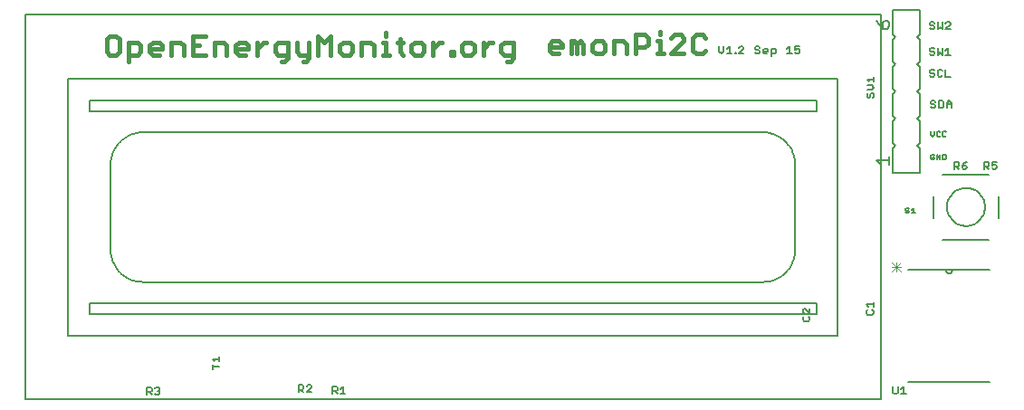
<source format=gto>
G75*
%MOIN*%
%OFA0B0*%
%FSLAX24Y24*%
%IPPOS*%
%LPD*%
%AMOC8*
5,1,8,0,0,1.08239X$1,22.5*
%
%ADD10C,0.0050*%
%ADD11C,0.0060*%
%ADD12C,0.0170*%
%ADD13C,0.0030*%
%ADD14C,0.0080*%
D10*
X000160Y000221D02*
X031656Y000221D01*
X031656Y014395D01*
X000160Y014395D01*
X000160Y000221D01*
X001735Y002584D02*
X001735Y012032D01*
X030082Y012032D01*
X030082Y002584D01*
X001735Y002584D01*
X002523Y003371D02*
X002523Y003765D01*
X029294Y003765D01*
X029294Y003371D01*
X002523Y003371D01*
X004491Y004552D02*
X027326Y004552D01*
X027392Y004554D01*
X027458Y004559D01*
X027524Y004569D01*
X027589Y004582D01*
X027653Y004598D01*
X027716Y004618D01*
X027778Y004642D01*
X027838Y004669D01*
X027897Y004699D01*
X027954Y004733D01*
X028009Y004770D01*
X028062Y004810D01*
X028113Y004852D01*
X028161Y004898D01*
X028207Y004946D01*
X028249Y004997D01*
X028289Y005050D01*
X028326Y005105D01*
X028360Y005162D01*
X028390Y005221D01*
X028417Y005281D01*
X028441Y005343D01*
X028461Y005406D01*
X028477Y005470D01*
X028490Y005535D01*
X028500Y005601D01*
X028505Y005667D01*
X028507Y005733D01*
X028507Y008883D01*
X028505Y008949D01*
X028500Y009015D01*
X028490Y009081D01*
X028477Y009146D01*
X028461Y009210D01*
X028441Y009273D01*
X028417Y009335D01*
X028390Y009395D01*
X028360Y009454D01*
X028326Y009511D01*
X028289Y009566D01*
X028249Y009619D01*
X028207Y009670D01*
X028161Y009718D01*
X028113Y009764D01*
X028062Y009806D01*
X028009Y009846D01*
X027954Y009883D01*
X027897Y009917D01*
X027838Y009947D01*
X027778Y009974D01*
X027716Y009998D01*
X027653Y010018D01*
X027589Y010034D01*
X027524Y010047D01*
X027458Y010057D01*
X027392Y010062D01*
X027326Y010064D01*
X004491Y010064D01*
X002523Y010851D02*
X029294Y010851D01*
X029294Y011245D01*
X002523Y011245D01*
X002523Y010851D01*
X003310Y008883D02*
X003310Y005733D01*
X003312Y005667D01*
X003317Y005601D01*
X003327Y005535D01*
X003340Y005470D01*
X003356Y005406D01*
X003376Y005343D01*
X003400Y005281D01*
X003427Y005221D01*
X003457Y005162D01*
X003491Y005105D01*
X003528Y005050D01*
X003568Y004997D01*
X003610Y004946D01*
X003656Y004898D01*
X003704Y004852D01*
X003755Y004810D01*
X003808Y004770D01*
X003863Y004733D01*
X003920Y004699D01*
X003979Y004669D01*
X004039Y004642D01*
X004101Y004618D01*
X004164Y004598D01*
X004228Y004582D01*
X004293Y004569D01*
X004359Y004559D01*
X004425Y004554D01*
X004491Y004552D01*
X003310Y008883D02*
X003312Y008949D01*
X003317Y009015D01*
X003327Y009081D01*
X003340Y009146D01*
X003356Y009210D01*
X003376Y009273D01*
X003400Y009335D01*
X003427Y009395D01*
X003457Y009454D01*
X003491Y009511D01*
X003528Y009566D01*
X003568Y009619D01*
X003610Y009670D01*
X003656Y009718D01*
X003704Y009764D01*
X003755Y009806D01*
X003808Y009846D01*
X003863Y009883D01*
X003920Y009917D01*
X003979Y009947D01*
X004039Y009974D01*
X004101Y009998D01*
X004164Y010018D01*
X004228Y010034D01*
X004293Y010047D01*
X004359Y010057D01*
X004425Y010062D01*
X004491Y010064D01*
X031519Y009029D02*
X031669Y008879D01*
X031519Y009029D02*
X031970Y009029D01*
X031970Y008879D02*
X031970Y009179D01*
X033505Y009213D02*
X033505Y009087D01*
X033537Y009055D01*
X033600Y009055D01*
X033632Y009087D01*
X033632Y009150D01*
X033568Y009150D01*
X033505Y009213D02*
X033537Y009245D01*
X033600Y009245D01*
X033632Y009213D01*
X033726Y009245D02*
X033853Y009055D01*
X033853Y009245D01*
X033947Y009245D02*
X034042Y009245D01*
X034074Y009213D01*
X034074Y009087D01*
X034042Y009055D01*
X033947Y009055D01*
X033947Y009245D01*
X033726Y009245D02*
X033726Y009055D01*
X033758Y009905D02*
X033821Y009905D01*
X033853Y009937D01*
X033947Y009937D02*
X033947Y010063D01*
X033979Y010095D01*
X034042Y010095D01*
X034074Y010063D01*
X034074Y009937D02*
X034042Y009905D01*
X033979Y009905D01*
X033947Y009937D01*
X033853Y010063D02*
X033821Y010095D01*
X033758Y010095D01*
X033726Y010063D01*
X033726Y009937D01*
X033758Y009905D01*
X033632Y009968D02*
X033632Y010095D01*
X033632Y009968D02*
X033568Y009905D01*
X033505Y009968D01*
X033505Y010095D01*
X032861Y007279D02*
X032798Y007216D01*
X032861Y007279D02*
X032861Y007089D01*
X032798Y007089D02*
X032925Y007089D01*
X032704Y007121D02*
X032704Y007152D01*
X032672Y007184D01*
X032609Y007184D01*
X032577Y007216D01*
X032577Y007247D01*
X032609Y007279D01*
X032672Y007279D01*
X032704Y007247D01*
X032704Y007121D02*
X032672Y007089D01*
X032609Y007089D01*
X032577Y007121D01*
X031895Y013879D02*
X031970Y013954D01*
X031970Y014104D01*
X031895Y014179D01*
X031819Y014179D01*
X031744Y014104D01*
X031744Y013879D01*
X031895Y013879D01*
X031744Y013879D02*
X031594Y014029D01*
X031519Y014179D01*
D11*
X032095Y014554D02*
X032095Y013654D01*
X032195Y013554D01*
X032095Y013454D01*
X032095Y012654D01*
X032195Y012554D01*
X032095Y012454D01*
X032095Y011654D01*
X032195Y011554D01*
X032095Y011454D01*
X032095Y010654D01*
X032195Y010554D01*
X032095Y010454D01*
X032095Y009654D01*
X032195Y009554D01*
X032095Y009454D01*
X032095Y008554D01*
X033095Y008554D01*
X033095Y009454D01*
X032995Y009554D01*
X033095Y009654D01*
X033095Y010454D01*
X032995Y010554D01*
X033095Y010654D01*
X033095Y011454D01*
X032995Y011554D01*
X033095Y011654D01*
X033095Y012454D01*
X032995Y012554D01*
X033095Y012654D01*
X033095Y013454D01*
X032995Y013554D01*
X033095Y013654D01*
X033095Y014554D01*
X032095Y014554D01*
X033460Y014077D02*
X033460Y014033D01*
X033503Y013990D01*
X033590Y013990D01*
X033633Y013947D01*
X033633Y013903D01*
X033590Y013860D01*
X033503Y013860D01*
X033460Y013903D01*
X033460Y014077D02*
X033503Y014120D01*
X033590Y014120D01*
X033633Y014077D01*
X033755Y014120D02*
X033755Y013860D01*
X033841Y013947D01*
X033928Y013860D01*
X033928Y014120D01*
X034049Y014077D02*
X034093Y014120D01*
X034179Y014120D01*
X034223Y014077D01*
X034223Y014033D01*
X034049Y013860D01*
X034223Y013860D01*
X034136Y013170D02*
X034136Y012910D01*
X034049Y012910D02*
X034223Y012910D01*
X034049Y013083D02*
X034136Y013170D01*
X033928Y013170D02*
X033928Y012910D01*
X033841Y012997D01*
X033755Y012910D01*
X033755Y013170D01*
X033633Y013127D02*
X033590Y013170D01*
X033503Y013170D01*
X033460Y013127D01*
X033460Y013083D01*
X033503Y013040D01*
X033590Y013040D01*
X033633Y012997D01*
X033633Y012953D01*
X033590Y012910D01*
X033503Y012910D01*
X033460Y012953D01*
X033503Y012370D02*
X033460Y012327D01*
X033460Y012283D01*
X033503Y012240D01*
X033590Y012240D01*
X033633Y012197D01*
X033633Y012153D01*
X033590Y012110D01*
X033503Y012110D01*
X033460Y012153D01*
X033633Y012327D02*
X033590Y012370D01*
X033503Y012370D01*
X033755Y012327D02*
X033755Y012153D01*
X033798Y012110D01*
X033885Y012110D01*
X033928Y012153D01*
X034049Y012110D02*
X034223Y012110D01*
X034049Y012110D02*
X034049Y012370D01*
X033928Y012327D02*
X033885Y012370D01*
X033798Y012370D01*
X033755Y012327D01*
X031415Y012096D02*
X031415Y011923D01*
X031415Y012010D02*
X031154Y012010D01*
X031241Y011923D01*
X031328Y011802D02*
X031154Y011802D01*
X031154Y011628D02*
X031328Y011628D01*
X031415Y011715D01*
X031328Y011802D01*
X031328Y011507D02*
X031371Y011507D01*
X031415Y011464D01*
X031415Y011377D01*
X031371Y011334D01*
X031284Y011377D02*
X031284Y011464D01*
X031328Y011507D01*
X031198Y011507D02*
X031154Y011464D01*
X031154Y011377D01*
X031198Y011334D01*
X031241Y011334D01*
X031284Y011377D01*
X033510Y011177D02*
X033510Y011133D01*
X033553Y011090D01*
X033640Y011090D01*
X033683Y011047D01*
X033683Y011003D01*
X033640Y010960D01*
X033553Y010960D01*
X033510Y011003D01*
X033805Y010960D02*
X033935Y010960D01*
X033978Y011003D01*
X033978Y011177D01*
X033935Y011220D01*
X033805Y011220D01*
X033805Y010960D01*
X034099Y010960D02*
X034099Y011133D01*
X034186Y011220D01*
X034273Y011133D01*
X034273Y010960D01*
X034273Y011090D02*
X034099Y011090D01*
X033683Y011177D02*
X033640Y011220D01*
X033553Y011220D01*
X033510Y011177D01*
X028683Y013003D02*
X028639Y012960D01*
X028553Y012960D01*
X028509Y013003D01*
X028509Y013090D02*
X028596Y013133D01*
X028639Y013133D01*
X028683Y013090D01*
X028683Y013003D01*
X028509Y013090D02*
X028509Y013220D01*
X028683Y013220D01*
X028301Y013220D02*
X028301Y012960D01*
X028215Y012960D02*
X028388Y012960D01*
X028215Y013133D02*
X028301Y013220D01*
X027799Y013090D02*
X027799Y013003D01*
X027755Y012960D01*
X027625Y012960D01*
X027625Y012873D02*
X027625Y013133D01*
X027755Y013133D01*
X027799Y013090D01*
X027504Y013090D02*
X027461Y013133D01*
X027374Y013133D01*
X027331Y013090D01*
X027331Y013003D01*
X027374Y012960D01*
X027461Y012960D01*
X027504Y013047D02*
X027331Y013047D01*
X027209Y013047D02*
X027209Y013003D01*
X027166Y012960D01*
X027079Y012960D01*
X027036Y013003D01*
X027079Y013090D02*
X027166Y013090D01*
X027209Y013047D01*
X027209Y013177D02*
X027166Y013220D01*
X027079Y013220D01*
X027036Y013177D01*
X027036Y013133D01*
X027079Y013090D01*
X027504Y013090D02*
X027504Y013047D01*
X026620Y013133D02*
X026620Y013177D01*
X026577Y013220D01*
X026490Y013220D01*
X026447Y013177D01*
X026620Y013133D02*
X026447Y012960D01*
X026620Y012960D01*
X026343Y012960D02*
X026299Y012960D01*
X026299Y013003D01*
X026343Y013003D01*
X026343Y012960D01*
X026178Y012960D02*
X026005Y012960D01*
X026091Y012960D02*
X026091Y013220D01*
X026005Y013133D01*
X025883Y013047D02*
X025883Y013220D01*
X025710Y013220D02*
X025710Y013047D01*
X025797Y012960D01*
X025883Y013047D01*
X034360Y008970D02*
X034490Y008970D01*
X034533Y008927D01*
X034533Y008840D01*
X034490Y008797D01*
X034360Y008797D01*
X034447Y008797D02*
X034533Y008710D01*
X034655Y008753D02*
X034655Y008840D01*
X034785Y008840D01*
X034828Y008797D01*
X034828Y008753D01*
X034785Y008710D01*
X034698Y008710D01*
X034655Y008753D01*
X034655Y008840D02*
X034741Y008927D01*
X034828Y008970D01*
X034360Y008970D02*
X034360Y008710D01*
X035460Y008710D02*
X035460Y008970D01*
X035590Y008970D01*
X035633Y008927D01*
X035633Y008840D01*
X035590Y008797D01*
X035460Y008797D01*
X035547Y008797D02*
X035633Y008710D01*
X035755Y008753D02*
X035798Y008710D01*
X035885Y008710D01*
X035928Y008753D01*
X035928Y008840D01*
X035885Y008883D01*
X035841Y008883D01*
X035755Y008840D01*
X035755Y008970D01*
X035928Y008970D01*
X035680Y004990D02*
X034060Y004990D01*
X032680Y004990D01*
X034060Y004990D02*
X034063Y004969D01*
X034069Y004949D01*
X034079Y004931D01*
X034091Y004914D01*
X034107Y004900D01*
X034124Y004889D01*
X034144Y004881D01*
X034164Y004876D01*
X034185Y004875D01*
X034206Y004878D01*
X034226Y004884D01*
X034244Y004894D01*
X034261Y004906D01*
X034275Y004922D01*
X034286Y004939D01*
X034294Y004959D01*
X034299Y004979D01*
X034300Y005000D01*
X031391Y003816D02*
X031391Y003643D01*
X031391Y003730D02*
X031131Y003730D01*
X031217Y003643D01*
X031174Y003522D02*
X031131Y003478D01*
X031131Y003392D01*
X031174Y003348D01*
X031348Y003348D01*
X031391Y003392D01*
X031391Y003478D01*
X031348Y003522D01*
X029050Y003578D02*
X029050Y003405D01*
X028877Y003578D01*
X028833Y003578D01*
X028790Y003535D01*
X028790Y003448D01*
X028833Y003405D01*
X028833Y003283D02*
X028790Y003240D01*
X028790Y003153D01*
X028833Y003110D01*
X029007Y003110D01*
X029050Y003153D01*
X029050Y003240D01*
X029007Y003283D01*
X032680Y000870D02*
X035680Y000870D01*
X032588Y000440D02*
X032415Y000440D01*
X032501Y000440D02*
X032501Y000700D01*
X032415Y000613D01*
X032293Y000700D02*
X032293Y000483D01*
X032250Y000440D01*
X032163Y000440D01*
X032120Y000483D01*
X032120Y000700D01*
X011952Y000445D02*
X011778Y000445D01*
X011865Y000445D02*
X011865Y000706D01*
X011778Y000619D01*
X011657Y000662D02*
X011657Y000576D01*
X011614Y000532D01*
X011484Y000532D01*
X011570Y000532D02*
X011657Y000445D01*
X011484Y000445D02*
X011484Y000706D01*
X011614Y000706D01*
X011657Y000662D01*
X010702Y000669D02*
X010702Y000712D01*
X010658Y000756D01*
X010572Y000756D01*
X010528Y000712D01*
X010407Y000712D02*
X010407Y000626D01*
X010364Y000582D01*
X010234Y000582D01*
X010320Y000582D02*
X010407Y000495D01*
X010528Y000495D02*
X010702Y000669D01*
X010702Y000495D02*
X010528Y000495D01*
X010407Y000712D02*
X010364Y000756D01*
X010234Y000756D01*
X010234Y000495D01*
X007315Y001420D02*
X007054Y001420D01*
X007054Y001334D02*
X007054Y001507D01*
X007141Y001628D02*
X007054Y001715D01*
X007315Y001715D01*
X007315Y001628D02*
X007315Y001802D01*
X005115Y000621D02*
X005115Y000578D01*
X005072Y000535D01*
X005115Y000491D01*
X005115Y000448D01*
X005072Y000405D01*
X004985Y000405D01*
X004942Y000448D01*
X005028Y000535D02*
X005072Y000535D01*
X005115Y000621D02*
X005072Y000665D01*
X004985Y000665D01*
X004942Y000621D01*
X004821Y000621D02*
X004821Y000535D01*
X004777Y000491D01*
X004647Y000491D01*
X004647Y000405D02*
X004647Y000665D01*
X004777Y000665D01*
X004821Y000621D01*
X004734Y000491D02*
X004821Y000405D01*
D12*
X003957Y012685D02*
X003957Y013375D01*
X004302Y013375D01*
X004417Y013260D01*
X004417Y013030D01*
X004302Y012915D01*
X003957Y012915D01*
X003625Y013030D02*
X003625Y013490D01*
X003510Y013606D01*
X003280Y013606D01*
X003165Y013490D01*
X003165Y013030D01*
X003280Y012915D01*
X003510Y012915D01*
X003625Y013030D01*
X004749Y013030D02*
X004749Y013260D01*
X004864Y013375D01*
X005094Y013375D01*
X005209Y013260D01*
X005209Y013145D01*
X004749Y013145D01*
X004749Y013030D02*
X004864Y012915D01*
X005094Y012915D01*
X005541Y012915D02*
X005541Y013375D01*
X005886Y013375D01*
X006001Y013260D01*
X006001Y012915D01*
X006333Y012915D02*
X006793Y012915D01*
X007124Y012915D02*
X007124Y013375D01*
X007470Y013375D01*
X007585Y013260D01*
X007585Y012915D01*
X007916Y013030D02*
X007916Y013260D01*
X008031Y013375D01*
X008262Y013375D01*
X008377Y013260D01*
X008377Y013145D01*
X007916Y013145D01*
X007916Y013030D02*
X008031Y012915D01*
X008262Y012915D01*
X008708Y012915D02*
X008708Y013375D01*
X008708Y013145D02*
X008938Y013375D01*
X009053Y013375D01*
X009368Y013260D02*
X009368Y013030D01*
X009483Y012915D01*
X009828Y012915D01*
X009828Y012800D02*
X009828Y013375D01*
X009483Y013375D01*
X009368Y013260D01*
X010160Y013375D02*
X010160Y013030D01*
X010275Y012915D01*
X010620Y012915D01*
X010620Y012800D02*
X010505Y012685D01*
X010390Y012685D01*
X010620Y012800D02*
X010620Y013375D01*
X010952Y013606D02*
X011182Y013375D01*
X011412Y013606D01*
X011412Y012915D01*
X011744Y013030D02*
X011859Y012915D01*
X012089Y012915D01*
X012204Y013030D01*
X012204Y013260D01*
X012089Y013375D01*
X011859Y013375D01*
X011744Y013260D01*
X011744Y013030D01*
X010952Y012915D02*
X010952Y013606D01*
X012536Y013375D02*
X012536Y012915D01*
X012996Y012915D02*
X012996Y013260D01*
X012881Y013375D01*
X012536Y013375D01*
X013327Y013375D02*
X013443Y013375D01*
X013443Y012915D01*
X013558Y012915D02*
X013327Y012915D01*
X013970Y013030D02*
X014086Y012915D01*
X013970Y013030D02*
X013970Y013490D01*
X013855Y013375D02*
X014086Y013375D01*
X014383Y013260D02*
X014383Y013030D01*
X014498Y012915D01*
X014729Y012915D01*
X014844Y013030D01*
X014844Y013260D01*
X014729Y013375D01*
X014498Y013375D01*
X014383Y013260D01*
X015175Y013145D02*
X015405Y013375D01*
X015520Y013375D01*
X015175Y013375D02*
X015175Y012915D01*
X015835Y012915D02*
X015835Y013030D01*
X015950Y013030D01*
X015950Y012915D01*
X015835Y012915D01*
X016231Y013030D02*
X016346Y012915D01*
X016576Y012915D01*
X016691Y013030D01*
X016691Y013260D01*
X016576Y013375D01*
X016346Y013375D01*
X016231Y013260D01*
X016231Y013030D01*
X017023Y012915D02*
X017023Y013375D01*
X017023Y013145D02*
X017253Y013375D01*
X017368Y013375D01*
X017683Y013260D02*
X017683Y013030D01*
X017798Y012915D01*
X018143Y012915D01*
X018143Y012800D02*
X018028Y012685D01*
X017913Y012685D01*
X018143Y012800D02*
X018143Y013375D01*
X017798Y013375D01*
X017683Y013260D01*
X019465Y013310D02*
X019465Y013080D01*
X019580Y012965D01*
X019810Y012965D01*
X019925Y013195D02*
X019465Y013195D01*
X019465Y013310D02*
X019580Y013425D01*
X019810Y013425D01*
X019925Y013310D01*
X019925Y013195D01*
X020257Y012965D02*
X020257Y013425D01*
X020372Y013425D01*
X020487Y013310D01*
X020602Y013425D01*
X020717Y013310D01*
X020717Y012965D01*
X020487Y012965D02*
X020487Y013310D01*
X021049Y013310D02*
X021049Y013080D01*
X021164Y012965D01*
X021394Y012965D01*
X021509Y013080D01*
X021509Y013310D01*
X021394Y013425D01*
X021164Y013425D01*
X021049Y013310D01*
X021841Y013425D02*
X021841Y012965D01*
X022301Y012965D02*
X022301Y013310D01*
X022186Y013425D01*
X021841Y013425D01*
X022633Y013195D02*
X022978Y013195D01*
X023093Y013310D01*
X023093Y013540D01*
X022978Y013656D01*
X022633Y013656D01*
X022633Y012965D01*
X023424Y012965D02*
X023655Y012965D01*
X023539Y012965D02*
X023539Y013425D01*
X023424Y013425D01*
X023539Y013656D02*
X023539Y013771D01*
X023952Y013540D02*
X024067Y013656D01*
X024298Y013656D01*
X024413Y013540D01*
X024413Y013425D01*
X023952Y012965D01*
X024413Y012965D01*
X024744Y013080D02*
X024859Y012965D01*
X025089Y012965D01*
X025205Y013080D01*
X024744Y013080D02*
X024744Y013540D01*
X024859Y013656D01*
X025089Y013656D01*
X025205Y013540D01*
X013443Y013606D02*
X013443Y013721D01*
X009828Y012800D02*
X009713Y012685D01*
X009598Y012685D01*
X006793Y013606D02*
X006333Y013606D01*
X006333Y012915D01*
X006333Y013260D02*
X006563Y013260D01*
D13*
X032085Y005257D02*
X032399Y004943D01*
X032242Y004943D02*
X032242Y005257D01*
X032399Y005257D02*
X032085Y004943D01*
X032085Y005100D02*
X032399Y005100D01*
D14*
X033952Y006114D02*
X035652Y006114D01*
X036002Y006914D02*
X036002Y007707D01*
X034102Y007314D02*
X034104Y007366D01*
X034110Y007418D01*
X034120Y007470D01*
X034133Y007520D01*
X034150Y007570D01*
X034171Y007618D01*
X034196Y007664D01*
X034224Y007708D01*
X034255Y007750D01*
X034289Y007790D01*
X034326Y007827D01*
X034366Y007861D01*
X034408Y007892D01*
X034452Y007920D01*
X034498Y007945D01*
X034546Y007966D01*
X034596Y007983D01*
X034646Y007996D01*
X034698Y008006D01*
X034750Y008012D01*
X034802Y008014D01*
X034854Y008012D01*
X034906Y008006D01*
X034958Y007996D01*
X035008Y007983D01*
X035058Y007966D01*
X035106Y007945D01*
X035152Y007920D01*
X035196Y007892D01*
X035238Y007861D01*
X035278Y007827D01*
X035315Y007790D01*
X035349Y007750D01*
X035380Y007708D01*
X035408Y007664D01*
X035433Y007618D01*
X035454Y007570D01*
X035471Y007520D01*
X035484Y007470D01*
X035494Y007418D01*
X035500Y007366D01*
X035502Y007314D01*
X035500Y007262D01*
X035494Y007210D01*
X035484Y007158D01*
X035471Y007108D01*
X035454Y007058D01*
X035433Y007010D01*
X035408Y006964D01*
X035380Y006920D01*
X035349Y006878D01*
X035315Y006838D01*
X035278Y006801D01*
X035238Y006767D01*
X035196Y006736D01*
X035152Y006708D01*
X035106Y006683D01*
X035058Y006662D01*
X035008Y006645D01*
X034958Y006632D01*
X034906Y006622D01*
X034854Y006616D01*
X034802Y006614D01*
X034750Y006616D01*
X034698Y006622D01*
X034646Y006632D01*
X034596Y006645D01*
X034546Y006662D01*
X034498Y006683D01*
X034452Y006708D01*
X034408Y006736D01*
X034366Y006767D01*
X034326Y006801D01*
X034289Y006838D01*
X034255Y006878D01*
X034224Y006920D01*
X034196Y006964D01*
X034171Y007010D01*
X034150Y007058D01*
X034133Y007108D01*
X034120Y007158D01*
X034110Y007210D01*
X034104Y007262D01*
X034102Y007314D01*
X033602Y006914D02*
X033602Y007719D01*
X033952Y008514D02*
X035652Y008514D01*
M02*

</source>
